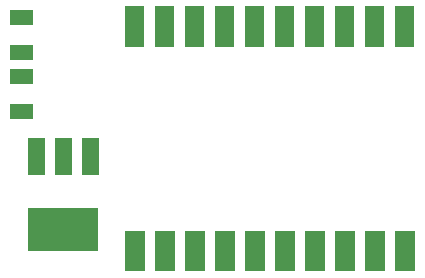
<source format=gbr>
G04 start of page 11 for group -4014 idx -4014 *
G04 Title: (unknown), bottompaste *
G04 Creator: pcb 1.99z *
G04 CreationDate: Sun May  5 10:03:39 2013 UTC *
G04 For: matt *
G04 Format: Gerber/RS-274X *
G04 PCB-Dimensions (mil): 2165.35 1377.95 *
G04 PCB-Coordinate-Origin: lower left *
%MOIN*%
%FSLAX25Y25*%
%LNBOTTOMPASTE*%
%ADD143R,0.0659X0.0659*%
%ADD142R,0.0512X0.0512*%
%ADD141R,0.1420X0.1420*%
%ADD140R,0.0560X0.0560*%
G54D140*X25039Y73221D02*Y66621D01*
X34039Y73221D02*Y66621D01*
X43139Y73221D02*Y66621D01*
G54D141*X29539Y45521D02*X38539D01*
G54D142*X18898Y84843D02*X21260D01*
X18898Y96653D02*X21260D01*
X18898Y116338D02*X21260D01*
X18898Y104528D02*X21260D01*
G54D143*X57874Y41925D02*Y34925D01*
X67874Y41925D02*Y34925D01*
X77874Y41925D02*Y34925D01*
X87874Y41925D02*Y34925D01*
X97874Y41925D02*Y34925D01*
X107874Y41925D02*Y34925D01*
X117874Y41925D02*Y34925D01*
X127874Y41925D02*Y34925D01*
X137874Y41925D02*Y34925D01*
X147874Y41925D02*Y34925D01*
X147835Y116768D02*Y109768D01*
X137835Y116768D02*Y109768D01*
X127835Y116768D02*Y109768D01*
X117835Y116768D02*Y109768D01*
X107835Y116768D02*Y109768D01*
X97835Y116768D02*Y109768D01*
X87835Y116768D02*Y109768D01*
X77835Y116768D02*Y109768D01*
X67835Y116768D02*Y109768D01*
X57835Y116768D02*Y109768D01*
M02*

</source>
